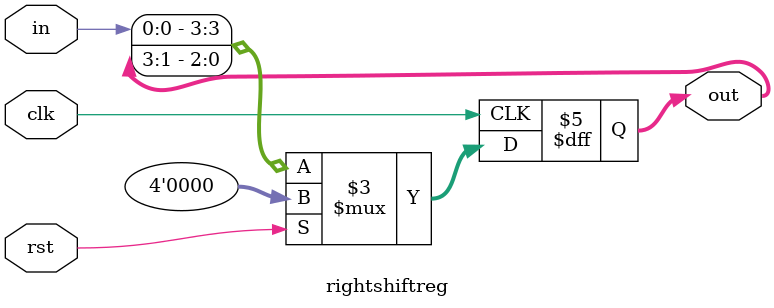
<source format=v>
module rightshiftreg (in,clk,rst,out);

input wire  in;
input wire clk;
input wire rst;

output reg  [3:0] out;

always @(posedge clk) begin
    if(rst)

    out <= 4'b0000;

    else begin

    out <= {in,out[3:1]};


    end
    
end
    
 endmodule
</source>
